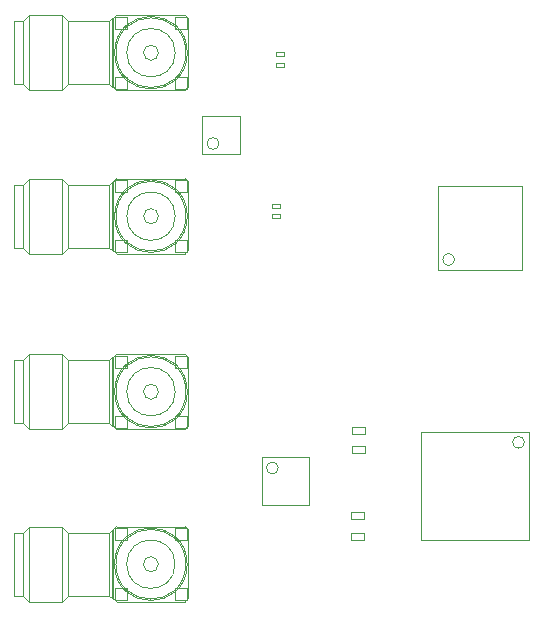
<source format=gbr>
G04 Layer_Color=16711935*
%FSLAX26Y26*%
%MOIN*%
%TF.FileFunction,Mechanical*%
%TF.Part,Single*%
G01*
G75*
%TA.AperFunction,NonConductor*%
%ADD109C,0.003937*%
%ADD110C,0.001968*%
D109*
X5061559Y7185000D02*
G03*
X5061559Y7185000I-121059J0D01*
G01*
X4965500D02*
G03*
X4965500Y7185000I-25000J0D01*
G01*
X4826344Y7309998D02*
G03*
X4815510Y7299164I114156J-124998D01*
G01*
X4815502Y7070844D02*
G03*
X4826336Y7060010I124998J114156D01*
G01*
X5054656Y7060002D02*
G03*
X5065490Y7070836I-114156J124998D01*
G01*
X5065498Y7299156D02*
G03*
X5054664Y7309990I-124998J-114156D01*
G01*
X5056638Y7185000D02*
G03*
X5056638Y7185000I-116138J0D01*
G01*
X5021210D02*
G03*
X5021210Y7185000I-80710J0D01*
G01*
X5061559Y7730000D02*
G03*
X5061559Y7730000I-121059J0D01*
G01*
X4965500D02*
G03*
X4965500Y7730000I-25000J0D01*
G01*
X4826344Y7854998D02*
G03*
X4815510Y7844164I114156J-124998D01*
G01*
X4815502Y7615844D02*
G03*
X4826336Y7605010I124998J114156D01*
G01*
X5054656Y7605002D02*
G03*
X5065490Y7615836I-114156J124998D01*
G01*
X5065498Y7844156D02*
G03*
X5054664Y7854990I-124998J-114156D01*
G01*
X5056638Y7730000D02*
G03*
X5056638Y7730000I-116138J0D01*
G01*
X5021210D02*
G03*
X5021210Y7730000I-80710J0D01*
G01*
X5167126Y7427441D02*
G03*
X5167126Y7427441I-19685J0D01*
G01*
X5952047Y7040669D02*
G03*
X5952047Y7040669I-19685J0D01*
G01*
X5364591Y6346016D02*
G03*
X5364591Y6346016I-19685J0D01*
G01*
X6185370Y6431685D02*
G03*
X6185370Y6431685I-19685J0D01*
G01*
X5061059Y6025000D02*
G03*
X5061059Y6025000I-121059J0D01*
G01*
X4965000D02*
G03*
X4965000Y6025000I-25000J0D01*
G01*
X4825844Y6149998D02*
G03*
X4815010Y6139164I114156J-124998D01*
G01*
X4815002Y5910844D02*
G03*
X4825836Y5900010I124998J114156D01*
G01*
X5054156Y5900002D02*
G03*
X5064990Y5910836I-114156J124998D01*
G01*
X5064998Y6139156D02*
G03*
X5054164Y6149990I-124998J-114156D01*
G01*
X5056138Y6025000D02*
G03*
X5056138Y6025000I-116138J0D01*
G01*
X5020710D02*
G03*
X5020710Y6025000I-80710J0D01*
G01*
X5061559Y6600000D02*
G03*
X5061559Y6600000I-121059J0D01*
G01*
X4965500D02*
G03*
X4965500Y6600000I-25000J0D01*
G01*
X4826344Y6724998D02*
G03*
X4815510Y6714164I114156J-124998D01*
G01*
X4815502Y6485844D02*
G03*
X4826336Y6475010I124998J114156D01*
G01*
X5054656Y6475002D02*
G03*
X5065490Y6485836I-114156J124998D01*
G01*
X5065498Y6714156D02*
G03*
X5054664Y6724990I-124998J-114156D01*
G01*
X5056638Y6600000D02*
G03*
X5056638Y6600000I-116138J0D01*
G01*
X5021210D02*
G03*
X5021210Y6600000I-80710J0D01*
G01*
X5020815Y7065315D02*
X5060185D01*
Y7104685D01*
X5020815D02*
X5060185D01*
X5020815Y7065315D02*
Y7104685D01*
Y7265315D02*
X5060185D01*
X5020815D02*
Y7304685D01*
X5060185D01*
Y7265315D02*
Y7304685D01*
X4860185Y7265315D02*
Y7304685D01*
X4820815Y7265315D02*
X4860185D01*
X4820815D02*
Y7304685D01*
X4860185D01*
X4820815Y7104685D02*
X4860185D01*
Y7065315D02*
Y7104685D01*
X4820815Y7065315D02*
X4860185D01*
X4820815D02*
Y7104685D01*
X4815500Y7070630D02*
Y7299154D01*
X4826130Y7060000D02*
X5054654D01*
X4826346Y7310000D02*
X5054655D01*
X5065500Y7070846D02*
Y7299155D01*
X4811575Y7299170D02*
X4815500Y7299154D01*
X4801732Y7289326D02*
X4811575Y7299170D01*
X4663937Y7289326D02*
X4801732D01*
X4643268Y7309998D02*
X4663937Y7289326D01*
X4535002Y7309998D02*
X4643268D01*
X4514330Y7289326D02*
X4535002Y7309998D01*
X4484804Y7289326D02*
X4514330D01*
X4482836Y7287358D02*
X4484804Y7289326D01*
X4482836Y7278501D02*
Y7287358D01*
Y7082642D02*
Y7091499D01*
Y7082642D02*
X4484804Y7080674D01*
X4514330D01*
X4535002Y7060002D01*
X4643268D01*
X4663937Y7080674D01*
X4801732D01*
X4811575Y7070830D01*
X4815500Y7070846D01*
X4482836Y7091499D02*
Y7278501D01*
X4514330Y7080674D02*
Y7289326D01*
X4535002Y7060002D02*
Y7309998D01*
X4643268Y7060002D02*
Y7309998D01*
X4663937Y7080674D02*
Y7289326D01*
X4801732Y7080674D02*
Y7289326D01*
X5020815Y7610315D02*
X5060185D01*
Y7649685D01*
X5020815D02*
X5060185D01*
X5020815Y7610315D02*
Y7649685D01*
Y7810315D02*
X5060185D01*
X5020815D02*
Y7849685D01*
X5060185D01*
Y7810315D02*
Y7849685D01*
X4860185Y7810315D02*
Y7849685D01*
X4820815Y7810315D02*
X4860185D01*
X4820815D02*
Y7849685D01*
X4860185D01*
X4820815Y7649685D02*
X4860185D01*
Y7610315D02*
Y7649685D01*
X4820815Y7610315D02*
X4860185D01*
X4820815D02*
Y7649685D01*
X4815500Y7615630D02*
Y7844154D01*
X4826130Y7605000D02*
X5054654D01*
X4826346Y7855000D02*
X5054655D01*
X5065500Y7615846D02*
Y7844155D01*
X4811575Y7844170D02*
X4815500Y7844154D01*
X4801732Y7834326D02*
X4811575Y7844170D01*
X4663937Y7834326D02*
X4801732D01*
X4643268Y7854998D02*
X4663937Y7834326D01*
X4535002Y7854998D02*
X4643268D01*
X4514330Y7834326D02*
X4535002Y7854998D01*
X4484804Y7834326D02*
X4514330D01*
X4482836Y7832358D02*
X4484804Y7834326D01*
X4482836Y7823501D02*
Y7832358D01*
Y7627642D02*
Y7636499D01*
Y7627642D02*
X4484804Y7625674D01*
X4514330D01*
X4535002Y7605002D01*
X4643268D01*
X4663937Y7625674D01*
X4801732D01*
X4811575Y7615830D01*
X4815500Y7615846D01*
X4482836Y7636499D02*
Y7823501D01*
X4514330Y7625674D02*
Y7834326D01*
X4535002Y7605002D02*
Y7854998D01*
X4643268Y7605002D02*
Y7854998D01*
X4663937Y7625674D02*
Y7834326D01*
X4801732Y7625674D02*
Y7834326D01*
X5237992Y7392008D02*
Y7517992D01*
X5112008Y7392008D02*
Y7517992D01*
X5237992D01*
X5112008Y7392008D02*
X5237992D01*
X5343425Y7213110D02*
X5369016D01*
X5343425Y7226890D02*
X5369016D01*
Y7213110D02*
Y7226890D01*
X5343425Y7213110D02*
Y7226890D01*
Y7191890D02*
X5369016D01*
X5343425Y7178110D02*
X5369016D01*
X5343425D02*
Y7191890D01*
X5369016Y7178110D02*
Y7191890D01*
X5357205Y7683110D02*
Y7696890D01*
X5382795Y7683110D02*
Y7696890D01*
X5357205D02*
X5382795D01*
X5357205Y7683110D02*
X5382795D01*
Y7718110D02*
Y7731890D01*
X5357205Y7718110D02*
Y7731890D01*
Y7718110D02*
X5382795D01*
X5357205Y7731890D02*
X5382795D01*
X6176457Y7005236D02*
Y7284764D01*
X5896929Y7005236D02*
Y7284764D01*
X6176457D01*
X5896929Y7005236D02*
X6176457D01*
X5608667Y6174189D02*
X5651975D01*
X5608667Y6197811D02*
X5651975D01*
Y6174189D02*
Y6197811D01*
X5608667Y6174189D02*
Y6197811D01*
X5607346Y6129197D02*
X5650654D01*
X5607346Y6105575D02*
X5650654D01*
X5607346D02*
Y6129197D01*
X5650654Y6105575D02*
Y6129197D01*
X5309472Y6223968D02*
Y6381449D01*
X5466953Y6223968D02*
Y6381449D01*
X5309472D02*
X5466953D01*
X5309472Y6223968D02*
X5466953D01*
X5609346Y6460189D02*
X5652654D01*
X5609346Y6483811D02*
X5652654D01*
Y6460189D02*
Y6483811D01*
X5609346Y6460189D02*
Y6483811D01*
X5610346Y6418811D02*
X5653654D01*
X5610346Y6395189D02*
X5653654D01*
X5610346D02*
Y6418811D01*
X5653654Y6395189D02*
Y6418811D01*
X5840882Y6106882D02*
Y6467118D01*
X6201118Y6106882D02*
Y6467118D01*
X5840882Y6106882D02*
X6201118D01*
X5840882Y6467118D02*
X6201118D01*
X5020315Y5905315D02*
X5059685D01*
Y5944685D01*
X5020315D02*
X5059685D01*
X5020315Y5905315D02*
Y5944685D01*
Y6105315D02*
X5059685D01*
X5020315D02*
Y6144685D01*
X5059685D01*
Y6105315D02*
Y6144685D01*
X4859685Y6105315D02*
Y6144685D01*
X4820315Y6105315D02*
X4859685D01*
X4820315D02*
Y6144685D01*
X4859685D01*
X4820315Y5944685D02*
X4859685D01*
Y5905315D02*
Y5944685D01*
X4820315Y5905315D02*
X4859685D01*
X4820315D02*
Y5944685D01*
X4815000Y5910630D02*
Y6139154D01*
X4825630Y5900000D02*
X5054154D01*
X4825846Y6150000D02*
X5054155D01*
X5065000Y5910846D02*
Y6139155D01*
X4811075Y6139170D02*
X4815000Y6139154D01*
X4801232Y6129326D02*
X4811075Y6139170D01*
X4663437Y6129326D02*
X4801232D01*
X4642768Y6149998D02*
X4663437Y6129326D01*
X4534502Y6149998D02*
X4642768D01*
X4513830Y6129326D02*
X4534502Y6149998D01*
X4484304Y6129326D02*
X4513830D01*
X4482336Y6127358D02*
X4484304Y6129326D01*
X4482336Y6118501D02*
Y6127358D01*
Y5922642D02*
Y5931499D01*
Y5922642D02*
X4484304Y5920674D01*
X4513830D01*
X4534502Y5900002D01*
X4642768D01*
X4663437Y5920674D01*
X4801232D01*
X4811075Y5910830D01*
X4815000Y5910846D01*
X4482336Y5931499D02*
Y6118501D01*
X4513830Y5920674D02*
Y6129326D01*
X4534502Y5900002D02*
Y6149998D01*
X4642768Y5900002D02*
Y6149998D01*
X4663437Y5920674D02*
Y6129326D01*
X4801232Y5920674D02*
Y6129326D01*
X5020815Y6480315D02*
X5060185D01*
Y6519685D01*
X5020815D02*
X5060185D01*
X5020815Y6480315D02*
Y6519685D01*
Y6680315D02*
X5060185D01*
X5020815D02*
Y6719685D01*
X5060185D01*
Y6680315D02*
Y6719685D01*
X4860185Y6680315D02*
Y6719685D01*
X4820815Y6680315D02*
X4860185D01*
X4820815D02*
Y6719685D01*
X4860185D01*
X4820815Y6519685D02*
X4860185D01*
Y6480315D02*
Y6519685D01*
X4820815Y6480315D02*
X4860185D01*
X4820815D02*
Y6519685D01*
X4815500Y6485630D02*
Y6714154D01*
X4826130Y6475000D02*
X5054654D01*
X4826346Y6725000D02*
X5054655D01*
X5065500Y6485846D02*
Y6714155D01*
X4811575Y6714170D02*
X4815500Y6714154D01*
X4801732Y6704326D02*
X4811575Y6714170D01*
X4663937Y6704326D02*
X4801732D01*
X4643268Y6724998D02*
X4663937Y6704326D01*
X4535002Y6724998D02*
X4643268D01*
X4514330Y6704326D02*
X4535002Y6724998D01*
X4484804Y6704326D02*
X4514330D01*
X4482836Y6702358D02*
X4484804Y6704326D01*
X4482836Y6693501D02*
Y6702358D01*
Y6497642D02*
Y6506499D01*
Y6497642D02*
X4484804Y6495674D01*
X4514330D01*
X4535002Y6475002D01*
X4643268D01*
X4663937Y6495674D01*
X4801732D01*
X4811575Y6485830D01*
X4815500Y6485846D01*
X4482836Y6506499D02*
Y6693501D01*
X4514330Y6495674D02*
Y6704326D01*
X4535002Y6475002D02*
Y6724998D01*
X4643268Y6475002D02*
Y6724998D01*
X4663937Y6495674D02*
Y6704326D01*
X4801732Y6495674D02*
Y6704326D01*
D110*
X4811575Y7070830D02*
Y7299170D01*
Y7615830D02*
Y7844170D01*
X4811075Y5910830D02*
Y6139170D01*
X4811575Y6485830D02*
Y6714170D01*
%TF.MD5,EEFC06A50EDC367FFDC554781BA41E07*%
M02*

</source>
